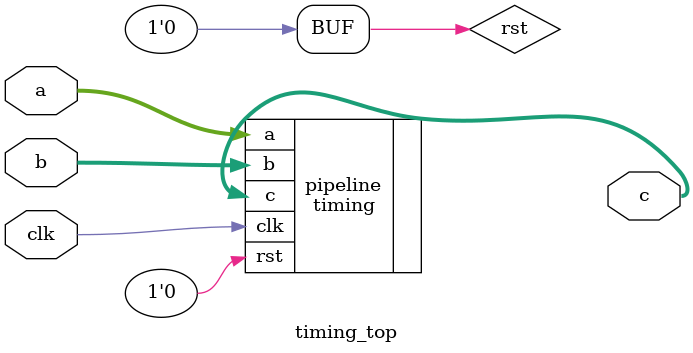
<source format=v>
module timing_top(
    // 12MHz clock input
    input clk,
    input [8:0] a,
    input [8:0] b,
    output [35:0] c
    );

wire rst = 1'b0;

timing pipeline (
    .clk(clk),
    .rst(rst),
    .a(a),
    .b(b),
    .c(c)
);

endmodule

</source>
